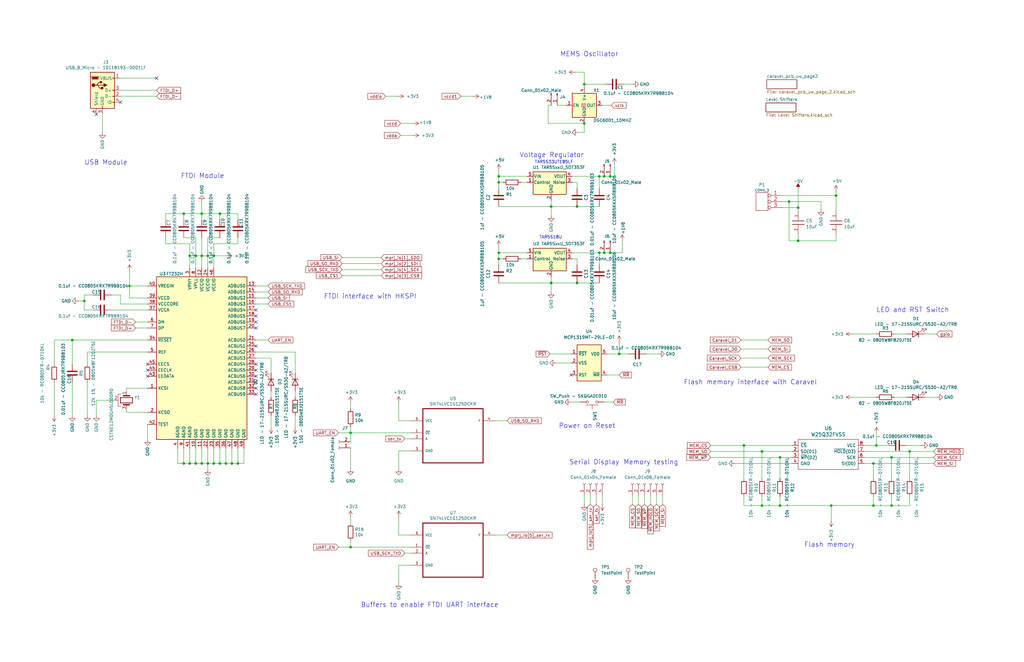
<source format=kicad_sch>
(kicad_sch (version 20230121) (generator eeschema)
  (paper "B")
  (title_block (date "2023-02-15"))
  (junction (at 375.92 213.36))
  (junction (at 246.38 35.56))
  (junction (at 336.55 87.63))
  (junction (at 252.73 106.68))
  (junction (at 97.79 195.58))
  (junction (at 246.38 52.07))
  (junction (at 85.09 90.17))
  (junction (at 210.312 109.22))
  (junction (at 85.09 195.58))
  (junction (at 368.3 195.58))
  (junction (at 243.332 119.38))
  (junction (at 30.48 143.51))
  (junction (at 252.73 74.422))
  (junction (at 210.312 76.962))
  (junction (at 254.762 74.422))
  (junction (at 332.74 85.09))
  (junction (at 368.3 213.36))
  (junction (at 328.93 213.36))
  (junction (at 210.312 106.68))
  (junction (at 254.762 106.68))
  (junction (at 100.33 195.58))
  (junction (at 375.92 193.04))
  (junction (at 85.09 107.95))
  (junction (at 257.302 106.68))
  (junction (at 336.55 101.6))
  (junction (at 313.69 187.96))
  (junction (at 147.828 230.886))
  (junction (at 92.71 195.58))
  (junction (at 77.47 195.58))
  (junction (at 77.47 90.17))
  (junction (at 87.63 195.58))
  (junction (at 383.54 190.5))
  (junction (at 87.63 107.95))
  (junction (at 54.61 120.65))
  (junction (at 243.332 87.122))
  (junction (at 350.52 213.36))
  (junction (at 35.56 127))
  (junction (at 232.41 87.122))
  (junction (at 90.17 195.58))
  (junction (at 82.55 195.58))
  (junction (at 328.93 193.04))
  (junction (at 90.17 107.95))
  (junction (at 352.552 82.55))
  (junction (at 80.01 107.95))
  (junction (at 232.41 119.38))
  (junction (at 257.302 74.422))
  (junction (at 369.57 187.96))
  (junction (at 147.828 182.626))
  (junction (at 321.31 190.5))
  (junction (at 95.25 195.58))
  (junction (at 210.312 74.422))
  (junction (at 80.01 195.58))
  (junction (at 321.31 213.36))
  (junction (at 261.112 149.352))
  (junction (at 92.71 90.17))
  (junction (at 82.55 107.95))
  (no_connect (at 107.95 138.43))
  (no_connect (at 240.792 158.242))
  (no_connect (at 107.95 133.35))
  (no_connect (at 62.23 158.75))
  (no_connect (at 62.23 153.67))
  (no_connect (at 62.23 156.21))
  (no_connect (at 107.95 130.81))
  (no_connect (at 107.95 146.05))
  (no_connect (at 107.95 135.89))
  (no_connect (at 40.64 48.26))
  (no_connect (at 50.8 43.18))
  (no_connect (at 66.04 33.02))
  (no_connect (at 107.95 163.83))
  (no_connect (at 107.95 158.75))
  (no_connect (at 107.95 156.21))
  (no_connect (at 107.95 161.29))
  (no_connect (at 107.95 166.37))
  (no_connect (at 107.95 153.67))
  (wire (pts (xy 22.86 161.29) (xy 22.86 175.26)))
  (wire (pts (xy 35.56 127) (xy 35.56 124.46)))
  (wire (pts (xy 312.42 151.13) (xy 323.85 151.13)))
  (wire (pts (xy 53.34 172.72) (xy 53.34 173.99)))
  (wire (pts (xy 54.61 120.65) (xy 62.23 120.65)))
  (wire (pts (xy 332.74 85.09) (xy 330.2 85.09)))
  (wire (pts (xy 389.89 167.64) (xy 394.97 167.64)))
  (wire (pts (xy 173.228 177.546) (xy 168.148 177.546)))
  (wire (pts (xy 364.49 190.5) (xy 383.54 190.5)))
  (wire (pts (xy 252.73 106.68) (xy 254.762 106.68)))
  (wire (pts (xy 321.31 190.5) (xy 321.31 201.93)))
  (wire (pts (xy 30.48 143.51) (xy 62.23 143.51)))
  (wire (pts (xy 74.93 195.58) (xy 77.47 195.58)))
  (wire (pts (xy 330.2 87.63) (xy 336.55 87.63)))
  (wire (pts (xy 80.01 195.58) (xy 82.55 195.58)))
  (wire (pts (xy 90.17 113.03) (xy 90.17 107.95)))
  (wire (pts (xy 194.31 40.64) (xy 199.39 40.64)))
  (wire (pts (xy 100.33 90.17) (xy 100.33 92.71)))
  (wire (pts (xy 147.828 172.466) (xy 147.828 169.926)))
  (wire (pts (xy 90.17 107.95) (xy 90.17 102.87)))
  (wire (pts (xy 102.87 195.58) (xy 100.33 195.58)))
  (wire (pts (xy 100.33 195.58) (xy 97.79 195.58)))
  (wire (pts (xy 321.31 209.55) (xy 321.31 213.36)))
  (wire (pts (xy 147.828 197.866) (xy 147.828 188.976)))
  (wire (pts (xy 124.46 180.34) (xy 124.46 175.26)))
  (wire (pts (xy 369.57 187.96) (xy 374.65 187.96)))
  (wire (pts (xy 46.99 124.46) (xy 50.8 124.46)))
  (wire (pts (xy 50.8 33.02) (xy 66.04 33.02)))
  (wire (pts (xy 254.762 169.672) (xy 258.572 169.672)))
  (wire (pts (xy 246.38 36.83) (xy 246.38 35.56)))
  (wire (pts (xy 124.46 148.59) (xy 107.95 148.59)))
  (wire (pts (xy 313.69 187.96) (xy 313.69 201.93)))
  (wire (pts (xy 389.89 140.97) (xy 394.97 140.97)))
  (wire (pts (xy 332.74 101.6) (xy 332.74 85.09)))
  (wire (pts (xy 252.73 74.422) (xy 254.762 74.422)))
  (wire (pts (xy 210.312 109.22) (xy 210.312 106.68)))
  (wire (pts (xy 210.312 109.22) (xy 212.09 109.22)))
  (wire (pts (xy 80.01 102.87) (xy 69.85 102.87)))
  (wire (pts (xy 92.71 90.17) (xy 92.71 92.71)))
  (wire (pts (xy 92.71 189.23) (xy 92.71 195.58)))
  (wire (pts (xy 269.24 209.042) (xy 269.24 212.852)))
  (wire (pts (xy 85.09 195.58) (xy 87.63 195.58)))
  (wire (pts (xy 95.25 195.58) (xy 92.71 195.58)))
  (wire (pts (xy 87.63 100.33) (xy 92.71 100.33)))
  (wire (pts (xy 168.148 246.126) (xy 168.148 238.506)))
  (wire (pts (xy 82.55 100.33) (xy 77.47 100.33)))
  (wire (pts (xy 240.792 169.672) (xy 244.602 169.672)))
  (wire (pts (xy 168.91 52.07) (xy 173.99 52.07)))
  (wire (pts (xy 40.64 168.91) (xy 48.26 168.91)))
  (wire (pts (xy 299.72 187.96) (xy 313.69 187.96)))
  (wire (pts (xy 246.38 35.56) (xy 246.38 30.48)))
  (wire (pts (xy 383.54 213.36) (xy 383.54 209.55)))
  (wire (pts (xy 234.95 44.45) (xy 238.76 44.45)))
  (wire (pts (xy 30.48 161.29) (xy 30.48 175.26)))
  (wire (pts (xy 144.272 111.252) (xy 160.782 111.252)))
  (wire (pts (xy 90.17 102.87) (xy 100.33 102.87)))
  (wire (pts (xy 50.8 128.27) (xy 62.23 128.27)))
  (wire (pts (xy 259.08 69.342) (xy 259.08 74.422)))
  (wire (pts (xy 168.148 169.926) (xy 168.148 177.546)))
  (wire (pts (xy 257.302 74.422) (xy 259.08 74.422)))
  (wire (pts (xy 168.148 190.246) (xy 173.228 190.246)))
  (wire (pts (xy 252.73 106.68) (xy 252.73 111.76)))
  (wire (pts (xy 232.41 116.84) (xy 232.41 119.38)))
  (wire (pts (xy 271.78 209.042) (xy 271.78 212.852)))
  (wire (pts (xy 210.312 79.502) (xy 210.312 76.962)))
  (wire (pts (xy 346.202 85.09) (xy 332.74 85.09)))
  (wire (pts (xy 85.09 107.95) (xy 85.09 100.33)))
  (wire (pts (xy 336.55 101.6) (xy 352.552 101.6)))
  (wire (pts (xy 383.54 190.5) (xy 393.7 190.5)))
  (wire (pts (xy 369.57 182.88) (xy 369.57 187.96)))
  (wire (pts (xy 173.228 225.806) (xy 168.148 225.806)))
  (wire (pts (xy 210.312 119.38) (xy 232.41 119.38)))
  (wire (pts (xy 312.42 154.94) (xy 323.85 154.94)))
  (wire (pts (xy 100.33 102.87) (xy 100.33 100.33)))
  (wire (pts (xy 368.3 213.36) (xy 375.92 213.36)))
  (wire (pts (xy 246.38 30.48) (xy 242.57 30.48)))
  (wire (pts (xy 313.69 213.36) (xy 321.31 213.36)))
  (wire (pts (xy 173.228 230.886) (xy 147.828 230.886)))
  (wire (pts (xy 170.688 185.166) (xy 173.228 185.166)))
  (wire (pts (xy 69.85 102.87) (xy 69.85 100.33)))
  (wire (pts (xy 147.828 186.436) (xy 147.828 182.626)))
  (wire (pts (xy 336.55 101.6) (xy 332.74 101.6)))
  (wire (pts (xy 231.14 44.45) (xy 232.41 44.45)))
  (wire (pts (xy 147.828 182.626) (xy 142.748 182.626)))
  (wire (pts (xy 256.032 158.242) (xy 261.112 158.242)))
  (wire (pts (xy 82.55 189.23) (xy 82.55 195.58)))
  (wire (pts (xy 85.09 113.03) (xy 85.09 107.95)))
  (wire (pts (xy 114.3 167.64) (xy 114.3 165.1)))
  (wire (pts (xy 375.92 193.04) (xy 393.7 193.04)))
  (wire (pts (xy 162.56 40.64) (xy 167.64 40.64)))
  (wire (pts (xy 313.69 213.36) (xy 313.69 209.55)))
  (wire (pts (xy 383.54 190.5) (xy 383.54 201.93)))
  (wire (pts (xy 62.23 185.42) (xy 62.23 179.07)))
  (wire (pts (xy 261.112 149.352) (xy 264.922 149.352)))
  (wire (pts (xy 274.32 209.042) (xy 274.32 212.852)))
  (wire (pts (xy 170.688 233.426) (xy 173.228 233.426)))
  (wire (pts (xy 262.382 101.6) (xy 262.382 106.68)))
  (wire (pts (xy 231.902 149.352) (xy 240.792 149.352)))
  (wire (pts (xy 219.71 109.22) (xy 222.25 109.22)))
  (wire (pts (xy 97.79 195.58) (xy 95.25 195.58)))
  (wire (pts (xy 210.312 74.422) (xy 222.25 74.422)))
  (wire (pts (xy 208.788 225.806) (xy 213.868 225.806)))
  (wire (pts (xy 62.23 130.81) (xy 46.99 130.81)))
  (wire (pts (xy 124.46 148.59) (xy 124.46 157.48)))
  (wire (pts (xy 54.61 114.3) (xy 54.61 120.65)))
  (wire (pts (xy 87.63 113.03) (xy 87.63 107.95)))
  (wire (pts (xy 252.73 119.38) (xy 243.332 119.38)))
  (wire (pts (xy 90.17 195.58) (xy 87.63 195.58)))
  (wire (pts (xy 124.46 167.64) (xy 124.46 165.1)))
  (wire (pts (xy 266.7 209.042) (xy 266.7 212.852)))
  (wire (pts (xy 232.41 84.582) (xy 232.41 87.122)))
  (wire (pts (xy 252.73 74.422) (xy 252.73 79.502)))
  (wire (pts (xy 77.47 90.17) (xy 85.09 90.17)))
  (wire (pts (xy 219.71 76.962) (xy 222.25 76.962)))
  (wire (pts (xy 312.42 143.51) (xy 323.85 143.51)))
  (wire (pts (xy 210.312 87.122) (xy 232.41 87.122)))
  (wire (pts (xy 350.52 219.71) (xy 350.52 213.36)))
  (wire (pts (xy 252.73 87.122) (xy 243.332 87.122)))
  (wire (pts (xy 208.788 177.546) (xy 213.868 177.546)))
  (wire (pts (xy 35.56 130.81) (xy 39.37 130.81)))
  (wire (pts (xy 85.09 107.95) (xy 87.63 107.95)))
  (wire (pts (xy 77.47 90.17) (xy 69.85 90.17)))
  (wire (pts (xy 92.71 90.17) (xy 100.33 90.17)))
  (wire (pts (xy 210.312 106.68) (xy 222.25 106.68)))
  (wire (pts (xy 82.55 195.58) (xy 85.09 195.58)))
  (wire (pts (xy 82.55 107.95) (xy 85.09 107.95)))
  (wire (pts (xy 368.3 195.58) (xy 393.7 195.58)))
  (wire (pts (xy 246.38 55.88) (xy 246.38 52.07)))
  (wire (pts (xy 257.302 106.68) (xy 262.382 106.68)))
  (wire (pts (xy 352.552 80.772) (xy 352.552 82.55)))
  (wire (pts (xy 336.55 101.6) (xy 336.55 99.06)))
  (wire (pts (xy 210.312 76.962) (xy 210.312 74.422)))
  (wire (pts (xy 85.09 90.17) (xy 92.71 90.17)))
  (wire (pts (xy 36.83 153.67) (xy 36.83 148.59)))
  (wire (pts (xy 80.01 189.23) (xy 80.01 195.58)))
  (wire (pts (xy 114.3 180.34) (xy 114.3 175.26)))
  (wire (pts (xy 144.272 108.712) (xy 160.782 108.712)))
  (wire (pts (xy 232.41 87.122) (xy 243.332 87.122)))
  (wire (pts (xy 168.148 197.866) (xy 168.148 190.246)))
  (wire (pts (xy 328.93 213.36) (xy 350.52 213.36)))
  (wire (pts (xy 328.93 193.04) (xy 328.93 201.93)))
  (wire (pts (xy 36.83 161.29) (xy 36.83 175.26)))
  (wire (pts (xy 232.41 87.122) (xy 232.41 90.932)))
  (wire (pts (xy 234.442 153.162) (xy 240.792 153.162)))
  (wire (pts (xy 231.14 44.45) (xy 231.14 52.07)))
  (wire (pts (xy 87.63 107.95) (xy 90.17 107.95)))
  (wire (pts (xy 30.48 153.67) (xy 30.48 143.51)))
  (wire (pts (xy 54.61 125.73) (xy 62.23 125.73)))
  (wire (pts (xy 85.09 92.71) (xy 85.09 90.17)))
  (wire (pts (xy 210.312 111.76) (xy 210.312 109.22)))
  (wire (pts (xy 90.17 107.95) (xy 95.25 107.95)))
  (wire (pts (xy 80.01 107.95) (xy 82.55 107.95)))
  (wire (pts (xy 147.828 230.886) (xy 142.748 230.886)))
  (wire (pts (xy 241.3 106.68) (xy 252.73 106.68)))
  (wire (pts (xy 36.83 148.59) (xy 62.23 148.59)))
  (wire (pts (xy 43.18 48.26) (xy 43.18 55.88)))
  (wire (pts (xy 313.69 187.96) (xy 334.01 187.96)))
  (wire (pts (xy 346.202 85.09) (xy 346.202 88.392)))
  (wire (pts (xy 210.312 104.14) (xy 210.312 106.68)))
  (wire (pts (xy 147.828 180.086) (xy 147.828 182.626)))
  (wire (pts (xy 243.332 109.22) (xy 243.332 111.76)))
  (wire (pts (xy 246.38 209.042) (xy 246.38 212.852)))
  (wire (pts (xy 262.89 35.56) (xy 266.7 35.56)))
  (wire (pts (xy 368.3 195.58) (xy 368.3 201.93)))
  (wire (pts (xy 243.84 55.88) (xy 246.38 55.88)))
  (wire (pts (xy 35.56 124.46) (xy 39.37 124.46)))
  (wire (pts (xy 82.55 107.95) (xy 82.55 100.33)))
  (wire (pts (xy 364.49 193.04) (xy 375.92 193.04)))
  (wire (pts (xy 82.55 113.03) (xy 82.55 107.95)))
  (wire (pts (xy 87.63 189.23) (xy 87.63 195.58)))
  (wire (pts (xy 57.15 135.89) (xy 62.23 135.89)))
  (wire (pts (xy 107.95 143.51) (xy 113.03 143.51)))
  (wire (pts (xy 90.17 189.23) (xy 90.17 195.58)))
  (wire (pts (xy 352.552 99.06) (xy 352.552 101.6)))
  (wire (pts (xy 168.148 238.506) (xy 173.228 238.506)))
  (wire (pts (xy 251.46 209.042) (xy 251.46 212.852)))
  (wire (pts (xy 33.02 127) (xy 35.56 127)))
  (wire (pts (xy 336.55 87.63) (xy 336.55 88.9)))
  (wire (pts (xy 107.95 128.27) (xy 113.03 128.27)))
  (wire (pts (xy 102.87 189.23) (xy 102.87 195.58)))
  (wire (pts (xy 107.95 125.73) (xy 113.03 125.73)))
  (wire (pts (xy 232.41 119.38) (xy 232.41 123.19)))
  (wire (pts (xy 53.34 173.99) (xy 62.23 173.99)))
  (wire (pts (xy 330.2 82.55) (xy 352.552 82.55)))
  (wire (pts (xy 77.47 189.23) (xy 77.47 195.58)))
  (wire (pts (xy 350.52 213.36) (xy 368.3 213.36)))
  (wire (pts (xy 241.3 74.422) (xy 252.73 74.422)))
  (wire (pts (xy 352.552 88.9) (xy 352.552 82.55)))
  (wire (pts (xy 254 209.042) (xy 254 212.852)))
  (wire (pts (xy 210.312 76.962) (xy 212.09 76.962)))
  (wire (pts (xy 50.8 40.64) (xy 66.04 40.64)))
  (wire (pts (xy 243.332 76.962) (xy 243.332 79.502)))
  (wire (pts (xy 77.47 195.58) (xy 80.01 195.58)))
  (wire (pts (xy 54.61 120.65) (xy 54.61 125.73)))
  (wire (pts (xy 248.92 209.042) (xy 248.92 212.852)))
  (wire (pts (xy 210.312 71.882) (xy 210.312 74.422)))
  (wire (pts (xy 53.34 165.1) (xy 53.34 163.83)))
  (wire (pts (xy 100.33 189.23) (xy 100.33 195.58)))
  (wire (pts (xy 22.86 153.67) (xy 22.86 143.51)))
  (wire (pts (xy 279.4 209.042) (xy 279.4 212.852)))
  (wire (pts (xy 22.86 143.51) (xy 30.48 143.51)))
  (wire (pts (xy 382.27 187.96) (xy 388.62 187.96)))
  (wire (pts (xy 50.8 124.46) (xy 50.8 128.27)))
  (wire (pts (xy 85.09 90.17) (xy 85.09 85.09)))
  (wire (pts (xy 276.86 209.042) (xy 276.86 212.852)))
  (wire (pts (xy 321.31 190.5) (xy 334.01 190.5)))
  (wire (pts (xy 114.3 151.13) (xy 114.3 157.48)))
  (wire (pts (xy 359.41 167.64) (xy 369.57 167.64)))
  (wire (pts (xy 375.92 213.36) (xy 383.54 213.36)))
  (wire (pts (xy 168.148 218.186) (xy 168.148 225.806)))
  (wire (pts (xy 246.38 35.56) (xy 255.27 35.56)))
  (wire (pts (xy 107.95 123.19) (xy 113.03 123.19)))
  (wire (pts (xy 309.88 195.58) (xy 334.01 195.58)))
  (wire (pts (xy 241.3 109.22) (xy 243.332 109.22)))
  (wire (pts (xy 254.762 74.422) (xy 257.302 74.422)))
  (wire (pts (xy 92.71 195.58) (xy 90.17 195.58)))
  (wire (pts (xy 231.14 52.07) (xy 246.38 52.07)))
  (wire (pts (xy 87.63 198.12) (xy 87.63 195.58)))
  (wire (pts (xy 35.56 127) (xy 35.56 130.81)))
  (wire (pts (xy 328.93 193.04) (xy 334.01 193.04)))
  (wire (pts (xy 336.55 80.01) (xy 336.55 87.63)))
  (wire (pts (xy 232.41 119.38) (xy 243.332 119.38)))
  (wire (pts (xy 168.91 57.15) (xy 173.99 57.15)))
  (wire (pts (xy 375.92 209.55) (xy 375.92 213.36)))
  (wire (pts (xy 147.828 228.346) (xy 147.828 230.886)))
  (wire (pts (xy 299.72 193.04) (xy 328.93 193.04)))
  (wire (pts (xy 87.63 107.95) (xy 87.63 100.33)))
  (wire (pts (xy 147.828 220.726) (xy 147.828 218.186)))
  (wire (pts (xy 364.49 195.58) (xy 368.3 195.58)))
  (wire (pts (xy 74.93 189.23) (xy 74.93 195.58)))
  (wire (pts (xy 80.01 107.95) (xy 80.01 113.03)))
  (wire (pts (xy 254.762 106.68) (xy 257.302 106.68)))
  (wire (pts (xy 173.228 182.626) (xy 147.828 182.626)))
  (wire (pts (xy 241.3 76.962) (xy 243.332 76.962)))
  (wire (pts (xy 50.8 38.1) (xy 66.04 38.1)))
  (wire (pts (xy 256.032 149.352) (xy 261.112 149.352)))
  (wire (pts (xy 377.19 140.97) (xy 382.27 140.97)))
  (wire (pts (xy 359.41 140.97) (xy 369.57 140.97)))
  (wire (pts (xy 85.09 189.23) (xy 85.09 195.58)))
  (wire (pts (xy 272.542 149.352) (xy 277.622 149.352)))
  (wire (pts (xy 95.25 189.23) (xy 95.25 195.58)))
  (wire (pts (xy 312.42 147.32) (xy 323.85 147.32)))
  (wire (pts (xy 53.34 163.83) (xy 62.23 163.83)))
  (wire (pts (xy 377.19 167.64) (xy 382.27 167.64)))
  (wire (pts (xy 40.64 175.26) (xy 40.64 168.91)))
  (wire (pts (xy 160.782 113.792) (xy 144.272 113.792)))
  (wire (pts (xy 299.72 190.5) (xy 321.31 190.5)))
  (wire (pts (xy 375.92 193.04) (xy 375.92 201.93)))
  (wire (pts (xy 69.85 90.17) (xy 69.85 92.71)))
  (wire (pts (xy 77.47 92.71) (xy 77.47 90.17)))
  (wire (pts (xy 107.95 120.65) (xy 113.03 120.65)))
  (wire (pts (xy 144.272 116.332) (xy 160.782 116.332)))
  (wire (pts (xy 57.15 138.43) (xy 62.23 138.43)))
  (wire (pts (xy 97.79 189.23) (xy 97.79 195.58)))
  (wire (pts (xy 261.112 149.352) (xy 261.112 144.272)))
  (wire (pts (xy 80.01 102.87) (xy 80.01 107.95)))
  (wire (pts (xy 321.31 213.36) (xy 328.93 213.36)))
  (wire (pts (xy 368.3 209.55) (xy 368.3 213.36)))
  (wire (pts (xy 364.49 187.96) (xy 369.57 187.96)))
  (wire (pts (xy 328.93 209.55) (xy 328.93 213.36)))
  (wire (pts (xy 254 44.45) (xy 257.81 44.45)))
  (wire (pts (xy 114.3 151.13) (xy 107.95 151.13)))
  (text "Serial Display" (at 240.03 196.342 0) (effects (font (size 2 2)) (justify left bottom)))
  (text "LED and RST Switch\n" (at 369.57 132.08 0) (effects (font (size 2 2)) (justify left bottom)))
  (text "Flash memory interface with Caravel\n" (at 288.29 162.56 0) (effects (font (size 2 2)) (justify left bottom)))
  (text "Power on Reset" (at 235.585 180.975 0) (effects (font (size 2 2)) (justify left bottom)))
  (text "Flash memory" (at 339.09 231.14 0) (effects (font (size 2 2)) (justify left bottom)))
  (text "Memory testing" (at 262.89 196.342 0) (effects (font (size 2 2)) (justify left bottom)))
  (text "FTDI interface with HKSPI\n" (at 136.525 126.365 0) (effects (font (size 2 2)) (justify left bottom)))
  (text "TAR5S33UTE85LF" (at 225.425 69.215 0) (effects (font (size 1.27 1.27)) (justify left bottom)))
  (text "Voltage Regulator\n" (at 219.075 66.675 0) (effects (font (size 2 2)) (justify left bottom)))
  (text "FTDI Module\n\n" (at 76.2 78.74 0) (effects (font (size 2 2)) (justify left bottom)))
  (text "USB Module\n" (at 35.56 69.85 0) (effects (font (size 2 2)) (justify left bottom)))
  (text "TAR5S18U" (at 227.33 100.965 0) (effects (font (size 1.27 1.27)) (justify left bottom)))
  (text "MEMS Oscillator" (at 236.22 24.13 0) (effects (font (size 2 2)) (justify left bottom)))
  (text "Buffers to enable FTDI UART interface" (at 152.146 256.54 0) (effects (font (size 2 2)) (justify left bottom)))
  (global_label "mprj_io[5]_ser_rx" (shape input) (at 248.92 212.852 270) (property "Intersheetrefs" "${INTERSHEET_REFS}" (effects hide)))
  (global_label "MEM_SCK" (shape input) (at 323.85 151.13 0) (property "Intersheetrefs" "${INTERSHEET_REFS}" (effects hide)))
  (global_label "mprj_io[3]_CSB" (shape input) (at 160.782 116.332 0) (property "Intersheetrefs" "${INTERSHEET_REFS}" (effects hide)))
  (global_label "MEM_SI" (shape input) (at 279.4 212.852 270) (property "Intersheetrefs" "${INTERSHEET_REFS}" (effects hide)))
  (global_label "~{MEM_WP}" (shape input) (at 271.78 212.852 270) (property "Intersheetrefs" "${INTERSHEET_REFS}" (effects hide)))
  (global_label "USB_CS1" (shape input) (at 144.272 116.332 180) (property "Intersheetrefs" "${INTERSHEET_REFS}" (effects hide)))
  (global_label "UART_EN" (shape input) (at 142.748 182.626 180) (property "Intersheetrefs" "${INTERSHEET_REFS}" (effects hide)))
  (global_label "MEM_SCK" (shape input) (at 393.7 193.04 0) (property "Intersheetrefs" "${INTERSHEET_REFS}" (effects hide)))
  (global_label "vccd1" (shape input) (at 194.31 40.64 180) (property "Intersheetrefs" "${INTERSHEET_REFS}" (effects hide)))
  (global_label "USB_SI" (shape input) (at 113.03 125.73 0) (property "Intersheetrefs" "${INTERSHEET_REFS}" (effects hide)))
  (global_label "MEM_SO" (shape input) (at 299.72 190.5 180) (property "Intersheetrefs" "${INTERSHEET_REFS}" (effects hide)))
  (global_label "FTDI_D+" (shape input) (at 66.04 38.1 0) (property "Intersheetrefs" "${INTERSHEET_REFS}" (effects hide)))
  (global_label "~{MR}" (shape input) (at 261.112 158.242 0) (property "Intersheetrefs" "${INTERSHEET_REFS}" (effects hide)))
  (global_label "mprj_io[4]_SCK" (shape input) (at 160.782 113.792 0) (property "Intersheetrefs" "${INTERSHEET_REFS}" (effects hide)))
  (global_label "USB_SO_RXD" (shape input) (at 113.03 123.19 0) (property "Intersheetrefs" "${INTERSHEET_REFS}" (effects hide)))
  (global_label "UART_EN" (shape input) (at 142.748 230.886 180) (property "Intersheetrefs" "${INTERSHEET_REFS}" (effects hide)))
  (global_label "gpio" (shape input) (at 394.97 140.97 0) (property "Intersheetrefs" "${INTERSHEET_REFS}" (effects hide)))
  (global_label "vccd" (shape input) (at 168.91 52.07 180) (property "Intersheetrefs" "${INTERSHEET_REFS}" (effects hide)))
  (global_label "USB_SCK_TXD" (shape input) (at 144.272 113.792 180) (property "Intersheetrefs" "${INTERSHEET_REFS}" (effects hide)))
  (global_label "UART_EN" (shape input) (at 113.03 143.51 0) (property "Intersheetrefs" "${INTERSHEET_REFS}" (effects hide)))
  (global_label "vddio" (shape input) (at 162.56 40.64 180) (property "Intersheetrefs" "${INTERSHEET_REFS}" (effects hide)))
  (global_label "mprj_io[5]_ser_rx" (shape input) (at 213.868 225.806 0) (property "Intersheetrefs" "${INTERSHEET_REFS}" (effects hide)))
  (global_label "FTDI_D-" (shape input) (at 66.04 40.64 0) (property "Intersheetrefs" "${INTERSHEET_REFS}" (effects hide)))
  (global_label "ser_tx" (shape input) (at 251.46 212.852 270) (property "Intersheetrefs" "${INTERSHEET_REFS}" (effects hide)))
  (global_label "~{MR}" (shape input) (at 258.572 169.672 0) (property "Intersheetrefs" "${INTERSHEET_REFS}" (effects hide)))
  (global_label "~{MEM_HOLD}" (shape input) (at 274.32 212.852 270) (property "Intersheetrefs" "${INTERSHEET_REFS}" (effects hide)))
  (global_label "FTDI_D-" (shape input) (at 57.15 135.89 180) (property "Intersheetrefs" "${INTERSHEET_REFS}" (effects hide)))
  (global_label "~{RST}" (shape input) (at 231.902 149.352 180) (property "Intersheetrefs" "${INTERSHEET_REFS}" (effects hide)))
  (global_label "~{MEM_HOLD}" (shape input) (at 393.7 190.5 0) (property "Intersheetrefs" "${INTERSHEET_REFS}" (effects hide)))
  (global_label "MEM_SO" (shape input) (at 269.24 212.852 270) (property "Intersheetrefs" "${INTERSHEET_REFS}" (effects hide)))
  (global_label "~{MEM_WP}" (shape input) (at 299.72 193.04 180) (property "Intersheetrefs" "${INTERSHEET_REFS}" (effects hide)))
  (global_label "USB_SI" (shape input) (at 144.272 108.712 180) (property "Intersheetrefs" "${INTERSHEET_REFS}" (effects hide)))
  (global_label "USB_SCK_TXD" (shape input) (at 113.03 120.65 0) (property "Intersheetrefs" "${INTERSHEET_REFS}" (effects hide)))
  (global_label "USB_SO_RXD" (shape input) (at 144.272 111.252 180) (property "Intersheetrefs" "${INTERSHEET_REFS}" (effects hide)))
  (global_label "USB_SO_RXD" (shape input) (at 213.868 177.546 0) (property "Intersheetrefs" "${INTERSHEET_REFS}" (effects hide)))
  (global_label "Caravel_SCK" (shape input) (at 312.42 151.13 180) (property "Intersheetrefs" "${INTERSHEET_REFS}" (effects hide)))
  (global_label "Caravel_D1" (shape input) (at 312.42 143.51 180) (property "Intersheetrefs" "${INTERSHEET_REFS}" (effects hide)))
  (global_label "USB_SCK_TXD" (shape input) (at 170.688 233.426 180) (property "Intersheetrefs" "${INTERSHEET_REFS}" (effects hide)))
  (global_label "USB_CS1" (shape input) (at 113.03 128.27 0) (property "Intersheetrefs" "${INTERSHEET_REFS}" (effects hide)))
  (global_label "MEM_SCK" (shape input) (at 276.86 212.852 270) (property "Intersheetrefs" "${INTERSHEET_REFS}" (effects hide)))
  (global_label "vdda" (shape input) (at 168.91 57.15 180) (property "Intersheetrefs" "${INTERSHEET_REFS}" (effects hide)))
  (global_label "FTDI_D+" (shape input) (at 57.15 138.43 180) (property "Intersheetrefs" "${INTERSHEET_REFS}" (effects hide)))
  (global_label "MEM_CS" (shape input) (at 299.72 187.96 180) (property "Intersheetrefs" "${INTERSHEET_REFS}" (effects hide)))
  (global_label "xclk" (shape input) (at 257.81 44.45 0) (property "Intersheetrefs" "${INTERSHEET_REFS}" (effects hide)))
  (global_label "mprj_io[2]_SDI" (shape input) (at 160.782 111.252 0) (property "Intersheetrefs" "${INTERSHEET_REFS}" (effects hide)))
  (global_label "ser_tx" (shape input) (at 170.688 185.166 180) (property "Intersheetrefs" "${INTERSHEET_REFS}" (effects hide)))
  (global_label "Caravel_D0" (shape input) (at 312.42 147.32 180) (property "Intersheetrefs" "${INTERSHEET_REFS}" (effects hide)))
  (global_label "MEM_SI" (shape input) (at 323.85 147.32 0) (property "Intersheetrefs" "${INTERSHEET_REFS}" (effects hide)))
  (global_label "MEM_CS" (shape input) (at 266.7 212.852 270) (property "Intersheetrefs" "${INTERSHEET_REFS}" (effects hide)))
  (global_label "MEM_CS" (shape input) (at 323.85 154.94 0) (property "Intersheetrefs" "${INTERSHEET_REFS}" (effects hide)))
  (global_label "MEM_SI" (shape input) (at 393.7 195.58 0) (property "Intersheetrefs" "${INTERSHEET_REFS}" (effects hide)))
  (global_label "mprj_io[1]_SDO" (shape input) (at 160.782 108.712 0) (property "Intersheetrefs" "${INTERSHEET_REFS}" (effects hide)))
  (global_label "MEM_SO" (shape input) (at 323.85 143.51 0) (property "Intersheetrefs" "${INTERSHEET_REFS}" (effects hide)))
  (global_label "Caravel_CSB" (shape input) (at 312.42 154.94 180) (property "Intersheetrefs" "${INTERSHEET_REFS}" (effects hide)))
  (symbol (lib_id "Device:C") (at 43.18 130.81 90) (unit 1)
    (property "Reference" "C16" (at 40.64 129.54 90))
    (property "Value" "0.1uf - CC0805KRX7R9BB104" (at 39.37 133.35 90))
    (property "Footprint" "dave:SM0603" (effects hide))
  )
  (symbol (lib_id "Device:C") (at 252.73 115.57 180) (unit 1)
    (property "Reference" "C14" (at 256.54 115.57 90))
    (property "Value" "10uf - CC0805KKX5R8BB106" (at 259.08 120.65 90))
    (property "Footprint" "dave:SM0603" (effects hide))
  )
  (symbol (lib_id "Oscillator:XO91") (at 246.38 44.45 0) (unit 1)
    (property "Reference" "X1" (at 250.19 38.1 0) (effects (justify left)))
    (property "Value" "DSC6001_10MHZ" (at 250.19 50.8 0) (effects (justify left)))
    (property "Footprint" "strive_foot_prints:DSC6001JE1A-010.0000" (effects hide))
    (property "Datasheet" "http://cdn-reichelt.de/documents/datenblatt/B400/XO91.pdf" (effects hide))
  )
  (symbol (lib_id "Device:C") (at 243.332 115.57 0) (unit 1)
    (property "Reference" "C13" (at 247.142 115.57 90))
    (property "Value" "0.01uf - CC0805KRX7R9BB103" (at 249.682 120.65 90))
    (property "Footprint" "dave:SM0603" (effects hide))
  )
  (symbol (lib_id "Dave:CONN_3") (at 321.31 85.09 0) (mirror y) (unit 1)
    (property "Reference" "P1" (at 321.31 77.9902 0))
    (property "Value" "CONN_3" (at 321.31 80.2989 0) (effects (font (size 1.016 1.016))))
    (property "Footprint" "dave:SIL-3_RA" (effects hide))
  )
  (symbol (lib_id "power:GND") (at 147.828 197.866 0) (unit 1)
    (property "Reference" "#PWR041" (effects hide))
    (property "Value" "GND" (at 147.828 202.946 0))
  )
  (symbol (lib_id "Device:LED") (at 386.08 140.97 180) (unit 1)
    (property "Reference" "D1" (at 386.2578 134.493 0))
    (property "Value" "LED - 17-215SURC/S530-A2/TR8" (at 386.2578 136.8044 0))
    (property "Footprint" "LED_SMD:LED_1206_3216Metric" (effects hide))
  )
  (symbol (lib_id "power:+3.3V") (at 369.57 182.88 0) (unit 1)
    (property "Reference" "#PWR037" (effects hide))
    (property "Value" "+3.3V" (at 369.57 176.53 90))
  )
  (symbol (lib_id "Device:C") (at 30.48 157.48 180) (unit 1)
    (property "Reference" "C18" (at 29.21 160.02 90))
    (property "Value" "0.01uf - CC0805JRX7R9BB103" (at 26.67 160.02 90))
    (property "Footprint" "dave:SM0603" (effects hide))
  )
  (symbol (lib_id "power:+3.3V") (at 254 212.852 180) (unit 1)
    (property "Reference" "#PWR045" (effects hide))
    (property "Value" "+3.3V" (at 254 219.202 90))
  )
  (symbol (lib_id "Device:C") (at 43.18 124.46 90) (unit 1)
    (property "Reference" "C15" (at 40.64 123.19 90))
    (property "Value" "0.1uf - CC0805KRX7R9BB104" (at 39.37 120.65 90))
    (property "Footprint" "dave:SM0603" (effects hide))
  )
  (symbol (lib_id "power:+1V8") (at 262.382 101.6 0) (unit 1)
    (property "Reference" "#PWR016" (effects hide))
    (property "Value" "+1V8" (at 262.763 96.2152 90))
  )
  (symbol (lib_id "power:+3.3V") (at 124.46 180.34 180) (unit 1)
    (property "Reference" "#PWR036" (effects hide))
    (property "Value" "+3.3V" (at 124.46 186.69 90))
  )
  (symbol (lib_id "power:+3.3V") (at 147.828 169.926 0) (unit 1)
    (property "Reference" "#PWR029" (effects hide))
    (property "Value" "+3.3V" (at 148.209 165.5318 0))
  )
  (symbol (lib_id "Device:LED") (at 114.3 161.29 270) (unit 1)
    (property "Reference" "D2" (at 107.823 161.1122 0))
    (property "Value" "LED - 17-215SURC/S530-A2/TR8" (at 110.49 170.18 0))
    (property "Footprint" "LED_SMD:LED_1206_3216Metric" (effects hide))
  )
  (symbol (lib_id "power:+5V") (at 210.312 104.14 0) (unit 1)
    (property "Reference" "#PWR017" (effects hide))
    (property "Value" "+5V" (at 210.693 99.7458 0))
  )
  (symbol (lib_id "Caravel_board:SN74LVC1G125DCKR") (at 191.008 228.346 0) (unit 1)
    (property "Reference" "U7" (at 191.008 216.408 0))
    (property "Value" "SN74LVC1G125DCKR" (at 191.008 218.7194 0))
    (property "Footprint" "dave:SOT23-5" (effects hide))
    (property "Datasheet" "SC-70-5" (effects hide))
    (property "Field4" "76C4082" (effects hide))
    (property "Field5" "Texas Instruments" (effects hide))
    (property "Field6" "SN74LVC1G125DCKR" (effects hide))
    (property "Field7" "1470771" (effects hide))
  )
  (symbol (lib_id "Device:C") (at 100.33 96.52 0) (unit 1)
    (property "Reference" "C11" (at 101.6 93.98 90))
    (property "Value" "0.1uf - CC0805KRX7R9BB104" (at 104.14 96.52 90))
    (property "Footprint" "dave:SM0603" (effects hide))
  )
  (symbol (lib_id "Caravel_board:SN74LVC1G125DCKR") (at 191.008 180.086 0) (unit 1)
    (property "Reference" "U5" (at 191.008 168.148 0))
    (property "Value" "SN74LVC1G125DCKR" (at 191.008 170.4594 0))
    (property "Footprint" "dave:SOT23-5" (effects hide))
    (property "Datasheet" "SC-70-5" (effects hide))
    (property "Field4" "76C4082" (effects hide))
    (property "Field5" "Texas Instruments" (effects hide))
    (property "Field6" "SN74LVC1G125DCKR" (effects hide))
    (property "Field7" "1470771" (effects hide))
  )
  (symbol (lib_id "power:GND") (at 246.38 212.852 0) (unit 1)
    (property "Reference" "#PWR044" (effects hide))
    (property "Value" "GND" (at 246.38 217.932 90))
  )
  (symbol (lib_id "power:GND") (at 264.922 243.84 0) (unit 1)
    (property "Reference" "#PWR050" (effects hide))
    (property "Value" "GND" (at 264.922 248.92 90))
  )
  (symbol (lib_id "Connector:Conn_01x04_Female") (at 248.92 203.962 90) (unit 1)
    (property "Reference" "J8" (at 250.19 198.882 90))
    (property "Value" "Conn_01x04_Female" (at 250.19 201.422 90))
    (property "Footprint" "Connector_PinHeader_2.54mm:PinHeader_1x04_P2.54mm_Vertical" (effects hide))
  )
  (symbol (lib_id "power:GND") (at 40.64 175.26 0) (unit 1)
    (property "Reference" "#PWR034" (effects hide))
    (property "Value" "GND" (at 40.64 180.34 90))
  )
  (symbol (lib_id "power:+3.3V") (at 242.57 30.48 90) (unit 1)
    (property "Reference" "#PWR01" (effects hide))
    (property "Value" "+3.3V" (at 236.22 30.48 90))
  )
  (symbol (lib_id "Device:R") (at 373.38 167.64 90) (unit 1)
    (property "Reference" "R6" (at 373.38 165.1 90))
    (property "Value" "82 - 0805W8F820JT5E" (at 373.38 170.18 90))
    (property "Footprint" "dave:SM0603" (effects hide))
  )
  (symbol (lib_id "Device:C") (at 268.732 149.352 270) (unit 1)
    (property "Reference" "C17" (at 268.732 153.797 90))
    (property "Value" "0.1uf - CC0805KRX7R9BB104" (at 272.542 146.812 90))
    (property "Footprint" "dave:SM0603" (effects hide))
  )
  (symbol (lib_id "Device:C") (at 85.09 96.52 0) (unit 1)
    (property "Reference" "C9" (at 86.36 93.98 90))
    (property "Value" "0.1uf - CC0805KRX7R9BB104" (at 88.9 96.52 90))
    (property "Footprint" "dave:SM0402" (effects hide))
  )
  (symbol (lib_id "power:GND") (at 388.62 187.96 90) (unit 1)
    (property "Reference" "#PWR039" (effects hide))
    (property "Value" "GND" (at 393.7 187.96 90))
  )
  (symbol (lib_id "power:+5V") (at 210.312 71.882 0) (unit 1)
    (property "Reference" "#PWR010" (effects hide))
    (property "Value" "+5V" (at 210.693 67.4878 0))
  )
  (symbol (lib_id "Device:C") (at 77.47 96.52 0) (unit 1)
    (property "Reference" "C8" (at 78.74 93.98 90))
    (property "Value" "0.1uf - CC0805KRX7R9BB104" (at 81.28 96.52 90))
    (property "Footprint" "dave:SM0603" (effects hide))
  )
  (symbol (lib_id "power:GND") (at 168.148 197.866 0) (unit 1)
    (property "Reference" "#PWR042" (effects hide))
    (property "Value" "GND" (at 168.148 202.946 0))
  )
  (symbol (lib_id "Device:R") (at 114.3 171.45 0) (unit 1)
    (property "Reference" "R7" (at 114.3 171.45 90))
    (property "Value" "150 - 0805W8J0151T5E" (at 116.84 175.26 90))
    (property "Footprint" "dave:SM0603" (effects hide))
  )
  (symbol (lib_id "power:GND") (at 30.48 175.26 0) (unit 1)
    (property "Reference" "#PWR032" (effects hide))
    (property "Value" "GND" (at 30.48 180.34 90))
  )
  (symbol (lib_id "Device:R") (at 215.9 76.962 270) (unit 1)
    (property "Reference" "R1" (at 213.36 82.042 90) (effects (justify left)))
    (property "Value" "10k" (at 213.36 79.502 90) (effects (justify left)))
    (property "Footprint" "dave:SM0603" (effects hide))
  )
  (symbol (lib_id "Device:R") (at 147.828 176.276 0) (unit 1)
    (property "Reference" "R9" (at 149.606 175.1076 0) (effects (justify left)))
    (property "Value" "10k" (at 149.606 177.419 0) (effects (justify left)))
    (property "Footprint" "dave:SM0603" (effects hide))
  )
  (symbol (lib_id "power:GND") (at 309.88 195.58 270) (unit 1)
    (property "Reference" "#PWR040" (effects hide))
    (property "Value" "GND" (at 304.8 195.58 90))
  )
  (symbol (lib_id "Dave:C") (at 336.55 93.98 0) (unit 1)
    (property "Reference" "C5" (at 339.852 93.1453 0) (effects (justify left)))
    (property "Value" "10uF" (at 339.852 95.6822 0) (effects (justify left)))
    (property "Footprint" "dave:SM0603" (effects hide))
  )
  (symbol (lib_id "power:GND") (at 232.41 90.932 0) (unit 1)
    (property "Reference" "#PWR015" (effects hide))
    (property "Value" "GND" (at 232.41 96.012 90))
  )
  (symbol (lib_id "power:+3.3V") (at 168.148 169.926 0) (unit 1)
    (property "Reference" "#PWR030" (effects hide))
    (property "Value" "+3.3V" (at 168.529 165.5318 0))
  )
  (symbol (lib_id "Device:LED") (at 386.08 167.64 180) (unit 1)
    (property "Reference" "D4" (at 386.2578 161.163 0))
    (property "Value" "LED - 17-215SURC/S530-A2/TR8" (at 386.2578 163.4744 0))
    (property "Footprint" "LED_SMD:LED_1206_3216Metric" (effects hide))
  )
  (symbol (lib_id "power:+1V8") (at 173.99 52.07 270) (mirror x) (unit 1)
    (property "Reference" "#PWR05" (effects hide))
    (property "Value" "+1V8" (at 179.3748 51.689 90))
  )
  (symbol (lib_id "Device:R") (at 373.38 140.97 90) (unit 1)
    (property "Reference" "R3" (at 373.38 138.43 90))
    (property "Value" "82 - 0805W8F820JT5E" (at 373.38 143.51 90))
    (property "Footprint" "dave:SM0603" (effects hide))
  )
  (symbol (lib_id "Device:Crystal_GND2") (at 53.34 168.91 270) (unit 1)
    (property "Reference" "Y1" (at 56.642 167.7416 90) (effects (justify left)))
    (property "Value" "CSTNE12M0GH5L000R0" (at 46.99 163.83 0) (effects (justify left)))
    (property "Footprint" "strive_foot_prints:CSTNE12M0GH5L000R0" (effects hide))
  )
  (symbol (lib_id "Caravel_board:TAR5SxxU_SOT353F") (at 229.87 109.22 0) (unit 1)
    (property "Reference" "U2" (at 226.06 102.87 0))
    (property "Value" "TAR5SxxU_SOT353F" (at 237.49 102.87 0))
    (property "Footprint" "Package_TO_SOT_SMD:SOT-353_SC-70-5_Handsoldering" (effects hide))
    (property "Datasheet" "https://toshiba.semicon-storage.com/info/TAR5S16U_datasheet_en_20220801.pdf?did=764&prodName=TAR5S16U" (effects hide))
  )
  (symbol (lib_id "power:+3.3V") (at 114.3 180.34 180) (unit 1)
    (property "Reference" "#PWR035" (effects hide))
    (property "Value" "+3.3V" (at 114.3 186.69 90))
  )
  (symbol (lib_id "power:+3.3V") (at 147.828 218.186 0) (unit 1)
    (property "Reference" "#PWR046" (effects hide))
    (property "Value" "+3.3V" (at 148.209 213.7918 0))
  )
  (symbol (lib_id "Connector:TestPoint") (at 250.952 243.84 0) (unit 1)
    (property "Reference" "TP1" (at 253.492 239.2679 0) (effects (justify left)))
    (property "Value" "TestPoint" (at 253.492 241.8079 0) (effects (justify left)))
    (property "Footprint" "TestPoint:TestPoint_Bridge_Pitch2.54mm_Drill1.0mm" (effects hide))
  )
  (symbol (lib_id "power:+3.3V") (at 167.64 40.64 270) (unit 1)
    (property "Reference" "#PWR03" (effects hide))
    (property "Value" "+3.3V" (at 173.99 40.64 90))
  )
  (symbol (lib_id "Connector:Conn_01x02_Male") (at 257.302 69.342 270) (unit 1)
    (property "Reference" "J5" (at 254.762 68.072 90) (effects (justify left)))
    (property "Value" "Conn_01x02_Male" (at 253.492 76.962 90) (effects (justify left)))
    (property "Footprint" "Connector_PinHeader_2.54mm:PinHeader_1x02_P2.54mm_Vertical" (effects hide))
  )
  (symbol (lib_id "Device:C") (at 252.73 83.312 180) (unit 1)
    (property "Reference" "C4" (at 256.54 83.312 90))
    (property "Value" "10uf - CC0805KKX5R8BB106" (at 259.08 88.392 90))
    (property "Footprint" "dave:SM0603" (effects hide))
  )
  (symbol (lib_id "power:+3.3V") (at 359.41 167.64 90) (unit 1)
    (property "Reference" "#PWR026" (effects hide))
    (property "Value" "+3.3V" (at 353.06 167.64 90))
  )
  (symbol (lib_id "Connector:Conn_01x02_Male") (at 257.302 101.6 270) (unit 1)
    (property "Reference" "J6" (at 254.762 99.695 90) (effects (justify left)))
    (property "Value" "Conn_01x02_Male" (at 250.952 109.22 90) (effects (justify left)))
    (property "Footprint" "Connector_PinHeader_2.54mm:PinHeader_1x02_P2.54mm_Vertical" (effects hide))
  )
  (symbol (lib_id "power:GND") (at 243.84 55.88 270) (unit 1)
    (property "Reference" "#PWR07" (effects hide))
    (property "Value" "GND" (at 238.76 55.88 90))
  )
  (symbol (lib_id "power:+3.3V") (at 22.86 175.26 180) (unit 1)
    (property "Reference" "#PWR031" (effects hide))
    (property "Value" "+3.3V" (at 22.86 181.61 90))
  )
  (symbol (lib_id "power:GND") (at 250.952 243.84 0) (unit 1)
    (property "Reference" "#PWR049" (effects hide))
    (property "Value" "GND" (at 250.952 248.92 90))
  )
  (symbol (lib_id "power:GND") (at 62.23 185.42 0) (unit 1)
    (property "Reference" "#PWR038" (effects hide))
    (property "Value" "GND" (at 62.23 190.5 90))
  )
  (symbol (lib_id "Device:R") (at 368.3 205.74 0) (unit 1)
    (property "Reference" "R13" (at 373.5578 205.74 90))
    (property "Value" "10k - RC0805FR-0710KL" (at 371.2464 205.74 90))
    (property "Footprint" "dave:SM0603" (effects hide))
  )
  (symbol (lib_id "power:+3.3V") (at 54.61 114.3 0) (unit 1)
    (property "Reference" "#PWR019" (effects hide))
    (property "Value" "+3.3V" (at 54.61 107.95 90))
  )
  (symbol (lib_id "Device:R") (at 321.31 205.74 0) (unit 1)
    (property "Reference" "R11" (at 326.5678 205.74 90))
    (property "Value" "10k - RC0805FR-0710KL" (at 324.2564 205.74 90))
    (property "Footprint" "dave:SM0603" (effects hide))
  )
  (symbol (lib_id "Device:C") (at 243.332 83.312 0) (unit 1)
    (property "Reference" "C3" (at 247.142 83.312 90))
    (property "Value" "0.01uf - CC0805KRX7R9BB103" (at 249.682 88.392 90))
    (property "Footprint" "dave:SM0603" (effects hide))
  )
  (symbol (lib_id "power:GND") (at 277.622 149.352 90) (unit 1)
    (property "Reference" "#PWR024" (effects hide))
    (property "Value" "GND" (at 282.702 149.352 90))
  )
  (symbol (lib_id "power:GND") (at 87.63 198.12 0) (unit 1)
    (property "Reference" "#PWR043" (effects hide))
    (property "Value" "GND" (at 87.63 203.2 90))
  )
  (symbol (lib_id "Device:R") (at 36.83 157.48 180) (unit 1)
    (property "Reference" "R5" (at 34.29 157.48 90))
    (property "Value" "12K 1% - 0805W8F1202T5E" (at 39.37 157.48 90))
    (property "Footprint" "dave:SM0402" (effects hide))
  )
  (symbol (lib_id "Connector:Conn_01x06_Female") (at 271.78 203.962 90) (unit 1)
    (property "Reference" "J9" (at 273.05 198.882 90))
    (property "Value" "Conn_01x06_Female" (at 273.05 201.422 90))
    (property "Footprint" "Connector_PinHeader_2.54mm:PinHeader_1x06_P2.54mm_Vertical" (effects hide))
  )
  (symbol (lib_id "Connector:USB_B_Micro") (at 43.18 38.1 0) (unit 1)
    (property "Reference" "J3" (at 44.6278 26.2382 0))
    (property "Value" "USB_B_Micro - 10118193-0001LF" (at 44.6278 28.5496 0))
    (property "Footprint" "strive_foot_prints:FCI_10118193-0001LF" (effects hide))
  )
  (symbol (lib_id "Device:R") (at 328.93 205.74 0) (unit 1)
    (property "Reference" "R12" (at 334.1878 205.74 90))
    (property "Value" "10k - RC0805FR-0710KL" (at 331.8764 205.74 90))
    (property "Footprint" "dave:SM0603" (effects hide))
  )
  (symbol (lib_id "power:GND") (at 232.41 123.19 0) (unit 1)
    (property "Reference" "#PWR020" (effects hide))
    (property "Value" "GND" (at 232.41 128.27 90))
  )
  (symbol (lib_id "Device:R") (at 215.9 109.22 270) (unit 1)
    (property "Reference" "R2" (at 213.36 114.3 90) (effects (justify left)))
    (property "Value" "10k" (at 213.36 111.76 90) (effects (justify left)))
    (property "Footprint" "dave:SM0603" (effects hide))
  )
  (symbol (lib_id "power:GND") (at 346.202 88.392 0) (unit 1)
    (property "Reference" "#PWR014" (effects hide))
    (property "Value" "GND" (at 346.202 93.472 90))
  )
  (symbol (lib_id "power:+3.3V") (at 173.99 57.15 270) (unit 1)
    (property "Reference" "#PWR08" (effects hide))
    (property "Value" "+3.3V" (at 180.34 57.15 90))
  )
  (symbol (lib_id "Switch:SW_Push") (at 249.682 169.672 180) (unit 1)
    (property "Reference" "SW1" (at 250.8504 173.4312 90) (effects (justify left)))
    (property "Value" "SW_Push - SKQGADE010" (at 256.032 167.132 0) (effects (justify left)))
    (property "Footprint" "strive_foot_prints:SW4-SMD-5.2X5.2X1.5MM" (effects hide))
  )
  (symbol (lib_id "Interface_USB:FT232H") (at 85.09 151.13 0) (unit 1)
    (property "Reference" "U3" (at 68.58 115.57 0))
    (property "Value" "FT232H" (at 73.66 115.57 0))
    (property "Footprint" "Package_DFN_QFN:QFN-48-1EP_8x8mm_P0.5mm_EP6.2x6.2mm" (effects hide))
    (property "Datasheet" "http://www.ftdichip.com/Products/ICs/FT232H.htm" (effects hide))
  )
  (symbol (lib_id "Device:C") (at 259.08 35.56 270) (unit 1)
    (property "Reference" "C1" (at 261.62 36.83 90))
    (property "Value" "0.1uf - CC0805KRX7R9BB104" (at 269.24 39.37 90))
    (property "Footprint" "dave:SM0603" (effects hide))
  )
  (symbol (lib_id "power:-5V") (at 336.55 80.01 0) (unit 1)
    (property "Reference" "#PWR011" (effects hide))
    (property "Value" "-5V" (at 336.55 76.4342 0))
  )
  (symbol (lib_id "power:+3.3V") (at 350.52 219.71 180) (unit 1)
    (property "Reference" "#PWR048" (effects hide))
    (property "Value" "+3.3V" (at 350.52 226.06 90))
  )
  (symbol (lib_id "power:GND") (at 168.148 246.126 0) (unit 1)
    (property "Reference" "#PWR051" (effects hide))
    (property "Value" "GND" (at 168.148 251.206 90))
  )
  (symbol (lib_id "power:GND") (at 36.83 175.26 0) (unit 1)
    (property "Reference" "#PWR033" (effects hide))
    (property "Value" "GND" (at 36.83 180.34 90))
  )
  (symbol (lib_id "Device:R") (at 313.69 205.74 0) (unit 1)
    (property "Reference" "R10" (at 318.9478 205.74 90))
    (property "Value" "10k - RC0805FR-0710KL" (at 316.6364 205.74 90))
    (property "Footprint" "dave:SM0603" (effects hide))
  )
  (symbol (lib_id "Caravel_board:TAR5SxxU_SOT353F") (at 229.87 76.962 0) (unit 1)
    (property "Reference" "U1" (at 226.06 70.612 0))
    (property "Value" "TAR5SxxU_SOT353F" (at 237.49 70.612 0))
    (property "Footprint" "Package_TO_SOT_SMD:SOT-353_SC-70-5_Handsoldering" (effects hide))
    (property "Datasheet" "https://toshiba.semicon-storage.com/info/TAR5S16U_datasheet_en_20220801.pdf?did=764&prodName=TAR5S16U" (effects hide))
  )
  (symbol (lib_id "power:+3.3V") (at 261.112 144.272 0) (unit 1)
    (property "Reference" "#PWR023" (effects hide))
    (property "Value" "+3.3V" (at 261.112 137.922 90))
  )
  (symbol (lib_id "power:GND") (at 394.97 167.64 90) (unit 1)
    (property "Reference" "#PWR027" (effects hide))
    (property "Value" "GND" (at 400.05 167.64 90))
  )
  (symbol (lib_id "power:GND") (at 234.442 153.162 270) (unit 1)
    (property "Reference" "#PWR025" (effects hide))
    (property "Value" "GND" (at 229.362 153.162 90))
  )
  (symbol (lib_id "power:GND") (at 33.02 127 270) (unit 1)
    (property "Reference" "#PWR021" (effects hide))
    (property "Value" "GND" (at 27.94 127 90))
  )
  (symbol (lib_id "Device:R") (at 147.828 224.536 0) (unit 1)
    (property "Reference" "R16" (at 149.606 223.3676 0) (effects (justify left)))
    (property "Value" "10k" (at 149.606 225.679 0) (effects (justify left)))
    (property "Footprint" "dave:SM0603" (effects hide))
  )
  (symbol (lib_id "power:GND") (at 240.792 169.672 270) (unit 1)
    (property "Reference" "#PWR028" (effects hide))
    (property "Value" "GND" (at 235.712 169.672 90))
  )
  (symbol (lib_id "Caravel_board:MCP1319MT-29LE-OT") (at 248.412 153.162 0) (unit 1)
    (property "Reference" "U4" (at 248.412 139.827 0))
    (property "Value" "MCP1319MT-29LE-OT" (at 248.412 142.367 0))
    (property "Footprint" "dave:SOT23-5" (effects hide))
    (property "Datasheet" "https://ww1.microchip.com/downloads/en/DeviceDoc/MCP131X-2X-Voltage-Supervisor-DS20001985E.pdf" (effects hide))
  )
  (symbol (lib_id "power:+3.3V") (at 359.41 140.97 90) (unit 1)
    (property "Reference" "#PWR022" (effects hide))
    (property "Value" "+3.3V" (at 353.06 140.97 90))
  )
  (symbol (lib_id "power:+1V8") (at 199.39 40.64 270) (unit 1)
    (property "Reference" "#PWR04" (effects hide))
    (property "Value" "+1V8" (at 204.7748 41.021 90))
  )
  (symbol (lib_id "power:+3.3V") (at 95.25 107.95 270) (unit 1)
    (property "Reference" "#PWR018" (effects hide))
    (property "Value" "+3.3V" (at 101.6 107.95 90))
  )
  (symbol (lib_id "Device:R") (at 124.46 171.45 0) (unit 1)
    (property "Reference" "R8" (at 124.46 171.45 90))
    (property "Value" "150 - 0805W8J0151T5E" (at 127 175.26 90))
    (property "Footprint" "dave:SM0603" (effects hide))
  )
  (symbol (lib_id "power:+3.3V") (at 259.08 69.342 0) (unit 1)
    (property "Reference" "#PWR09" (effects hide))
    (property "Value" "+3.3V" (at 259.08 62.992 90))
  )
  (symbol (lib_id "Connector:TestPoint") (at 264.922 243.84 0) (unit 1)
    (property "Reference" "TP2" (at 267.462 239.2679 0) (effects (justify left)))
    (property "Value" "TestPoint" (at 267.462 241.8079 0) (effects (justify left)))
    (property "Footprint" "TestPoint:TestPoint_Bridge_Pitch2.54mm_Drill1.0mm" (effects hide))
  )
  (symbol (lib_id "Device:LED") (at 124.46 161.29 270) (unit 1)
    (property "Reference" "D3" (at 117.983 161.1122 0))
    (property "Value" "LED - 17-215SURC/S530-A2/TR8" (at 120.65 167.64 0))
    (property "Footprint" "LED_SMD:LED_1206_3216Metric" (effects hide))
  )
  (symbol (lib_id "Device:C") (at 69.85 96.52 0) (unit 1)
    (property "Reference" "C7" (at 71.12 93.98 90))
    (property "Value" "0.1uf - CC0805KRX7R9BB104" (at 73.66 96.52 90))
    (property "Footprint" "dave:SM0603" (effects hide))
  )
  (symbol (lib_id "power:GND") (at 85.09 85.09 180) (unit 1)
    (property "Reference" "#PWR013" (effects hide))
    (property "Value" "GND" (at 85.09 80.01 90))
  )
  (symbol (lib_id "Device:C") (at 210.312 115.57 180) (unit 1)
    (property "Reference" "C12" (at 205.867 115.57 90))
    (property "Value" "1uf - CC0805KKX5R8BB105" (at 203.327 115.57 90))
    (property "Footprint" "dave:SM0603" (effects hide))
  )
  (symbol (lib_id "Device:R") (at 22.86 157.48 0) (unit 1)
    (property "Reference" "R4" (at 20.32 154.94 90))
    (property "Value" "10k - RC0805FR-0710KL" (at 17.78 157.48 90))
    (property "Footprint" "dave:SM0603" (effects hide))
  )
  (symbol (lib_id "Device:C") (at 210.312 83.312 180) (unit 1)
    (property "Reference" "C2" (at 205.867 83.312 90))
    (property "Value" "1uf - CC0805KKX5R8BB105" (at 203.327 83.312 90))
    (property "Footprint" "dave:SM0603" (effects hide))
  )
  (symbol (lib_id "Caravel_board:W25Q32FVSS") (at 349.25 190.5 0) (unit 1)
    (property "Reference" "U6" (at 349.25 180.6956 0) (effects (font (size 1.4986 1.4986))))
    (property "Value" "W25Q32FVSS" (at 349.25 183.3626 0) (effects (font (size 1.4986 1.4986))))
    (property "Footprint" "strive_foot_prints:SOIC127P790X216-8N" (effects hide))
  )
  (symbol (lib_id "power:GND") (at 266.7 35.56 90) (unit 1)
    (property "Reference" "#PWR02" (effects hide))
    (property "Value" "GND" (at 271.78 35.56 90))
  )
  (symbol (lib_id "Connector:Conn_01x02_Male") (at 234.95 39.37 270) (unit 1)
    (property "Reference" "J4" (at 236.0676 40.9448 90) (effects (justify left)))
    (property "Value" "Conn_01x02_Male" (at 219.71 38.1 90) (effects (justify left)))
    (property "Footprint" "Connector_PinHeader_2.54mm:PinHeader_1x02_P2.54mm_Vertical" (effects hide))
  )
  (symbol (lib_id "Dave:C") (at 352.552 93.98 0) (unit 1)
    (property "Reference" "C6" (at 355.854 93.1453 0) (effects (justify left)))
    (property "Value" "10uF" (at 355.854 95.6822 0) (effects (justify left)))
    (property "Footprint" "dave:SM0603" (effects hide))
  )
  (symbol (lib_id "power:+3.3V") (at 168.148 218.186 0) (unit 1)
    (property "Reference" "#PWR047" (effects hide))
    (property "Value" "+3.3V" (at 168.529 213.7918 0))
  )
  (symbol (lib_id "Device:R") (at 375.92 205.74 0) (unit 1)
    (property "Reference" "R14" (at 381.1778 205.74 90))
    (property "Value" "10k - RC0805FR-0710KL" (at 378.8664 205.74 90))
    (property "Footprint" "dave:SM0603" (effects hide))
  )
  (symbol (lib_id "Device:C") (at 92.71 96.52 0) (unit 1)
    (property "Reference" "C10" (at 93.98 93.98 90))
    (property "Value" "0.1uf - CC0805KRX7R9BB104" (at 96.52 96.52 90))
    (property "Footprint" "dave:SM0603" (effects hide))
  )
  (symbol (lib_id "Device:R") (at 383.54 205.74 0) (unit 1)
    (property "Reference" "R15" (at 388.7978 205.74 90))
    (property "Value" "10k - RC0805FR-0710KL" (at 386.4864 205.74 90))
    (property "Footprint" "dave:SM0603" (effects hide))
  )
  (symbol (lib_id "power:+5V") (at 352.552 80.772 0) (unit 1)
    (property "Reference" "#PWR012" (effects hide))
    (property "Value" "+5V" (at 352.933 76.3778 0))
  )
  (symbol (lib_id "power:GND") (at 43.18 55.88 0) (unit 1)
    (property "Reference" "#PWR06" (effects hide))
    (property "Value" "GND" (at 43.18 60.96 90))
  )
  (symbol (lib_id "Device:C") (at 378.46 187.96 90) (unit 1)
    (property "Reference" "C19" (at 375.92 186.69 90))
    (property "Value" "0.1uf - CC0805KRX7R9BB104" (at 378.46 184.15 90))
    (property "Footprint" "dave:SM0603" (effects hide))
  )
  (symbol (lib_id "Connector:Conn_01x02_Female") (at 142.748 188.976 180) (unit 1)
    (property "Reference" "J7" (at 145.4912 180.721 0))
    (property "Value" "Conn_01x02_Female" (at 140.208 194.056 90))
    (property "Footprint" "Connector_PinHeader_2.54mm:PinHeader_1x02_P2.54mm_Vertical" (effects hide))
  )
  (sheet (at 322.961 43.434) (size 12.7 3.81) (stroke (width 0.1524))
    (property "Sheetname" "Level Shifters" (at 322.961 42.7224 0) (effects (justify left bottom)))
    (property "Sheetfile" "Level Shifters.kicad_sch" (at 322.961 47.8286 0) (effects (justify left top)))
  )
  (sheet (at 323.342 33.655) (size 12.7 3.81) (stroke (width 0.1524))
    (property "Sheetname" "caravel_pcb_uw_page2" (at 323.342 32.9434 0) (effects (justify left bottom)))
    (property "Sheetfile" "caravel_pcb_uw_page_2.kicad_sch" (at 323.342 38.0496 0) (effects (justify left top)))
  )
)
</source>
